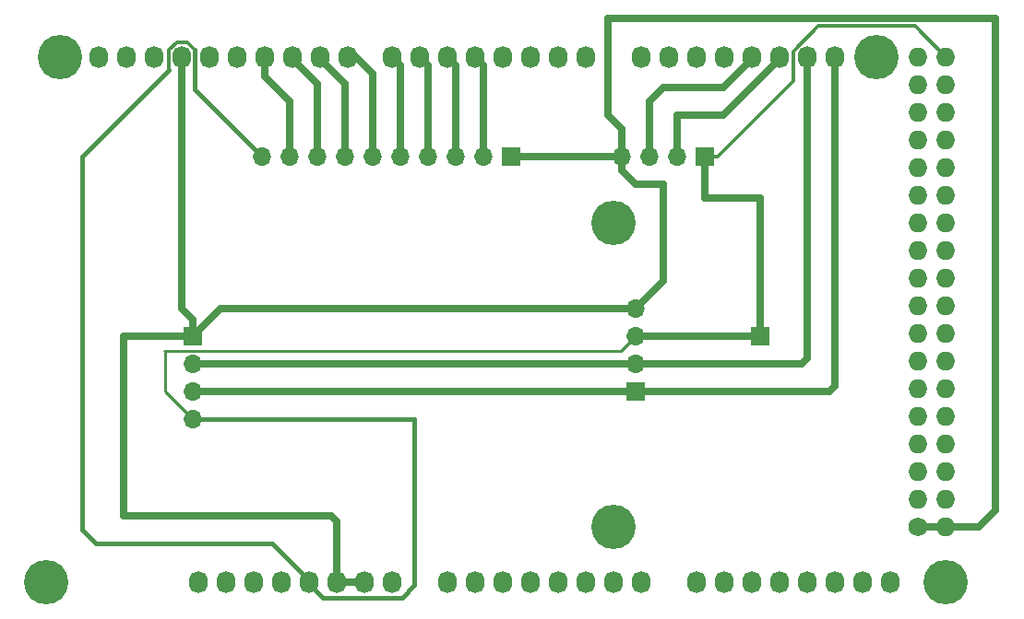
<source format=gbr>
G04 #@! TF.GenerationSoftware,KiCad,Pcbnew,5.0.2+dfsg1-1*
G04 #@! TF.CreationDate,2020-02-13T15:26:16-05:00*
G04 #@! TF.ProjectId,poolV1,706f6f6c-5631-42e6-9b69-6361645f7063,rev?*
G04 #@! TF.SameCoordinates,Original*
G04 #@! TF.FileFunction,Copper,L2,Bot*
G04 #@! TF.FilePolarity,Positive*
%FSLAX46Y46*%
G04 Gerber Fmt 4.6, Leading zero omitted, Abs format (unit mm)*
G04 Created by KiCad (PCBNEW 5.0.2+dfsg1-1) date Thu 13 Feb 2020 03:26:16 PM -05*
%MOMM*%
%LPD*%
G01*
G04 APERTURE LIST*
G04 #@! TA.AperFunction,ComponentPad*
%ADD10R,1.700000X1.700000*%
G04 #@! TD*
G04 #@! TA.AperFunction,ComponentPad*
%ADD11O,1.700000X1.700000*%
G04 #@! TD*
G04 #@! TA.AperFunction,ComponentPad*
%ADD12C,1.727200*%
G04 #@! TD*
G04 #@! TA.AperFunction,ComponentPad*
%ADD13O,1.727200X1.727200*%
G04 #@! TD*
G04 #@! TA.AperFunction,ComponentPad*
%ADD14O,1.727200X2.032000*%
G04 #@! TD*
G04 #@! TA.AperFunction,ComponentPad*
%ADD15C,4.064000*%
G04 #@! TD*
G04 #@! TA.AperFunction,Conductor*
%ADD16C,0.700000*%
G04 #@! TD*
G04 #@! TA.AperFunction,Conductor*
%ADD17C,0.400000*%
G04 #@! TD*
G04 #@! TA.AperFunction,Conductor*
%ADD18C,0.300000*%
G04 #@! TD*
G04 #@! TA.AperFunction,Conductor*
%ADD19C,0.250000*%
G04 #@! TD*
G04 APERTURE END LIST*
D10*
G04 #@! TO.P,J4,1*
G04 #@! TO.N,+5V*
X182880000Y-96520000D03*
G04 #@! TD*
G04 #@! TO.P,J2,1*
G04 #@! TO.N,GND*
X130810000Y-96520000D03*
D11*
G04 #@! TO.P,J2,2*
G04 #@! TO.N,/20(SDA)*
X130810000Y-99060000D03*
G04 #@! TO.P,J2,3*
G04 #@! TO.N,/21(SCL)*
X130810000Y-101600000D03*
G04 #@! TO.P,J2,4*
G04 #@! TO.N,+5V*
X130810000Y-104140000D03*
G04 #@! TD*
G04 #@! TO.P,J1,4*
G04 #@! TO.N,GND*
X170180000Y-80010000D03*
G04 #@! TO.P,J1,3*
G04 #@! TO.N,/18(Tx1)*
X172720000Y-80010000D03*
G04 #@! TO.P,J1,2*
G04 #@! TO.N,/19(Rx1)*
X175260000Y-80010000D03*
D10*
G04 #@! TO.P,J1,1*
G04 #@! TO.N,+5V*
X177800000Y-80010000D03*
G04 #@! TD*
G04 #@! TO.P,J5,1*
G04 #@! TO.N,GND*
X160020000Y-80010000D03*
D11*
G04 #@! TO.P,J5,2*
G04 #@! TO.N,/4(\002A\002A)*
X157480000Y-80010000D03*
G04 #@! TO.P,J5,3*
G04 #@! TO.N,/5(\002A\002A)*
X154940000Y-80010000D03*
G04 #@! TO.P,J5,4*
G04 #@! TO.N,/6(\002A\002A)*
X152400000Y-80010000D03*
G04 #@! TO.P,J5,5*
G04 #@! TO.N,/7(\002A\002A)*
X149860000Y-80010000D03*
G04 #@! TO.P,J5,6*
G04 #@! TO.N,/8(\002A\002A)*
X147320000Y-80010000D03*
G04 #@! TO.P,J5,7*
G04 #@! TO.N,/9(\002A\002A)*
X144780000Y-80010000D03*
G04 #@! TO.P,J5,8*
G04 #@! TO.N,/10(\002A\002A)*
X142240000Y-80010000D03*
G04 #@! TO.P,J5,9*
G04 #@! TO.N,/11(\002A\002A)*
X139700000Y-80010000D03*
G04 #@! TO.P,J5,10*
G04 #@! TO.N,+5V*
X137160000Y-80010000D03*
G04 #@! TD*
D10*
G04 #@! TO.P,J3,1*
G04 #@! TO.N,/21(SCL)*
X171450000Y-101600000D03*
D11*
G04 #@! TO.P,J3,2*
G04 #@! TO.N,/20(SDA)*
X171450000Y-99060000D03*
G04 #@! TO.P,J3,3*
G04 #@! TO.N,+5V*
X171450000Y-96520000D03*
G04 #@! TO.P,J3,4*
G04 #@! TO.N,GND*
X171450000Y-93980000D03*
G04 #@! TD*
D12*
G04 #@! TO.P,P1,1*
G04 #@! TO.N,GND*
X197358000Y-114046000D03*
D13*
G04 #@! TO.P,P1,2*
X199898000Y-114046000D03*
G04 #@! TO.P,P1,3*
G04 #@! TO.N,/52(SCK)*
X197358000Y-111506000D03*
G04 #@! TO.P,P1,4*
G04 #@! TO.N,/53(SS)*
X199898000Y-111506000D03*
G04 #@! TO.P,P1,5*
G04 #@! TO.N,/50(MISO)*
X197358000Y-108966000D03*
G04 #@! TO.P,P1,6*
G04 #@! TO.N,/51(MOSI)*
X199898000Y-108966000D03*
G04 #@! TO.P,P1,7*
G04 #@! TO.N,/48*
X197358000Y-106426000D03*
G04 #@! TO.P,P1,8*
G04 #@! TO.N,/49*
X199898000Y-106426000D03*
G04 #@! TO.P,P1,9*
G04 #@! TO.N,/46*
X197358000Y-103886000D03*
G04 #@! TO.P,P1,10*
G04 #@! TO.N,/47*
X199898000Y-103886000D03*
G04 #@! TO.P,P1,11*
G04 #@! TO.N,/44*
X197358000Y-101346000D03*
G04 #@! TO.P,P1,12*
G04 #@! TO.N,/45*
X199898000Y-101346000D03*
G04 #@! TO.P,P1,13*
G04 #@! TO.N,/42*
X197358000Y-98806000D03*
G04 #@! TO.P,P1,14*
G04 #@! TO.N,/43*
X199898000Y-98806000D03*
G04 #@! TO.P,P1,15*
G04 #@! TO.N,/40*
X197358000Y-96266000D03*
G04 #@! TO.P,P1,16*
G04 #@! TO.N,/41*
X199898000Y-96266000D03*
G04 #@! TO.P,P1,17*
G04 #@! TO.N,/38*
X197358000Y-93726000D03*
G04 #@! TO.P,P1,18*
G04 #@! TO.N,/39*
X199898000Y-93726000D03*
G04 #@! TO.P,P1,19*
G04 #@! TO.N,/36*
X197358000Y-91186000D03*
G04 #@! TO.P,P1,20*
G04 #@! TO.N,/37*
X199898000Y-91186000D03*
G04 #@! TO.P,P1,21*
G04 #@! TO.N,/34*
X197358000Y-88646000D03*
G04 #@! TO.P,P1,22*
G04 #@! TO.N,/35*
X199898000Y-88646000D03*
G04 #@! TO.P,P1,23*
G04 #@! TO.N,/32*
X197358000Y-86106000D03*
G04 #@! TO.P,P1,24*
G04 #@! TO.N,/33*
X199898000Y-86106000D03*
G04 #@! TO.P,P1,25*
G04 #@! TO.N,/30*
X197358000Y-83566000D03*
G04 #@! TO.P,P1,26*
G04 #@! TO.N,/31*
X199898000Y-83566000D03*
G04 #@! TO.P,P1,27*
G04 #@! TO.N,/28*
X197358000Y-81026000D03*
G04 #@! TO.P,P1,28*
G04 #@! TO.N,/29*
X199898000Y-81026000D03*
G04 #@! TO.P,P1,29*
G04 #@! TO.N,/26*
X197358000Y-78486000D03*
G04 #@! TO.P,P1,30*
G04 #@! TO.N,/27*
X199898000Y-78486000D03*
G04 #@! TO.P,P1,31*
G04 #@! TO.N,/24*
X197358000Y-75946000D03*
G04 #@! TO.P,P1,32*
G04 #@! TO.N,/25*
X199898000Y-75946000D03*
G04 #@! TO.P,P1,33*
G04 #@! TO.N,/22*
X197358000Y-73406000D03*
G04 #@! TO.P,P1,34*
G04 #@! TO.N,/23*
X199898000Y-73406000D03*
G04 #@! TO.P,P1,35*
G04 #@! TO.N,+5V*
X197358000Y-70866000D03*
G04 #@! TO.P,P1,36*
X199898000Y-70866000D03*
G04 #@! TD*
D14*
G04 #@! TO.P,P2,1*
G04 #@! TO.N,Net-(P2-Pad1)*
X131318000Y-119126000D03*
G04 #@! TO.P,P2,2*
G04 #@! TO.N,/IOREF*
X133858000Y-119126000D03*
G04 #@! TO.P,P2,3*
G04 #@! TO.N,/Reset*
X136398000Y-119126000D03*
G04 #@! TO.P,P2,4*
G04 #@! TO.N,+3V3*
X138938000Y-119126000D03*
G04 #@! TO.P,P2,5*
G04 #@! TO.N,+5V*
X141478000Y-119126000D03*
G04 #@! TO.P,P2,6*
G04 #@! TO.N,GND*
X144018000Y-119126000D03*
G04 #@! TO.P,P2,7*
X146558000Y-119126000D03*
G04 #@! TO.P,P2,8*
G04 #@! TO.N,/Vin*
X149098000Y-119126000D03*
G04 #@! TD*
G04 #@! TO.P,P3,1*
G04 #@! TO.N,/A0*
X154178000Y-119126000D03*
G04 #@! TO.P,P3,2*
G04 #@! TO.N,/A1*
X156718000Y-119126000D03*
G04 #@! TO.P,P3,3*
G04 #@! TO.N,/A2*
X159258000Y-119126000D03*
G04 #@! TO.P,P3,4*
G04 #@! TO.N,/A3*
X161798000Y-119126000D03*
G04 #@! TO.P,P3,5*
G04 #@! TO.N,/A4*
X164338000Y-119126000D03*
G04 #@! TO.P,P3,6*
G04 #@! TO.N,/A5*
X166878000Y-119126000D03*
G04 #@! TO.P,P3,7*
G04 #@! TO.N,/A6*
X169418000Y-119126000D03*
G04 #@! TO.P,P3,8*
G04 #@! TO.N,/A7*
X171958000Y-119126000D03*
G04 #@! TD*
G04 #@! TO.P,P4,1*
G04 #@! TO.N,/A8*
X177038000Y-119126000D03*
G04 #@! TO.P,P4,2*
G04 #@! TO.N,/A9*
X179578000Y-119126000D03*
G04 #@! TO.P,P4,3*
G04 #@! TO.N,/A10*
X182118000Y-119126000D03*
G04 #@! TO.P,P4,4*
G04 #@! TO.N,/A11*
X184658000Y-119126000D03*
G04 #@! TO.P,P4,5*
G04 #@! TO.N,/A12*
X187198000Y-119126000D03*
G04 #@! TO.P,P4,6*
G04 #@! TO.N,/A13*
X189738000Y-119126000D03*
G04 #@! TO.P,P4,7*
G04 #@! TO.N,/A14*
X192278000Y-119126000D03*
G04 #@! TO.P,P4,8*
G04 #@! TO.N,/A15*
X194818000Y-119126000D03*
G04 #@! TD*
G04 #@! TO.P,P5,1*
G04 #@! TO.N,/SCL*
X122174000Y-70866000D03*
G04 #@! TO.P,P5,2*
G04 #@! TO.N,/SDA*
X124714000Y-70866000D03*
G04 #@! TO.P,P5,3*
G04 #@! TO.N,/AREF*
X127254000Y-70866000D03*
G04 #@! TO.P,P5,4*
G04 #@! TO.N,GND*
X129794000Y-70866000D03*
G04 #@! TO.P,P5,5*
G04 #@! TO.N,/13(\002A\002A)*
X132334000Y-70866000D03*
G04 #@! TO.P,P5,6*
G04 #@! TO.N,/12(\002A\002A)*
X134874000Y-70866000D03*
G04 #@! TO.P,P5,7*
G04 #@! TO.N,/11(\002A\002A)*
X137414000Y-70866000D03*
G04 #@! TO.P,P5,8*
G04 #@! TO.N,/10(\002A\002A)*
X139954000Y-70866000D03*
G04 #@! TO.P,P5,9*
G04 #@! TO.N,/9(\002A\002A)*
X142494000Y-70866000D03*
G04 #@! TO.P,P5,10*
G04 #@! TO.N,/8(\002A\002A)*
X145034000Y-70866000D03*
G04 #@! TD*
G04 #@! TO.P,P6,1*
G04 #@! TO.N,/7(\002A\002A)*
X149098000Y-70866000D03*
G04 #@! TO.P,P6,2*
G04 #@! TO.N,/6(\002A\002A)*
X151638000Y-70866000D03*
G04 #@! TO.P,P6,3*
G04 #@! TO.N,/5(\002A\002A)*
X154178000Y-70866000D03*
G04 #@! TO.P,P6,4*
G04 #@! TO.N,/4(\002A\002A)*
X156718000Y-70866000D03*
G04 #@! TO.P,P6,5*
G04 #@! TO.N,/3(\002A\002A)*
X159258000Y-70866000D03*
G04 #@! TO.P,P6,6*
G04 #@! TO.N,/2(\002A\002A)*
X161798000Y-70866000D03*
G04 #@! TO.P,P6,7*
G04 #@! TO.N,/1(Tx0)*
X164338000Y-70866000D03*
G04 #@! TO.P,P6,8*
G04 #@! TO.N,/0(Rx0)*
X166878000Y-70866000D03*
G04 #@! TD*
G04 #@! TO.P,P7,1*
G04 #@! TO.N,/14(Tx3)*
X171958000Y-70866000D03*
G04 #@! TO.P,P7,2*
G04 #@! TO.N,/15(Rx3)*
X174498000Y-70866000D03*
G04 #@! TO.P,P7,3*
G04 #@! TO.N,/16(Tx2)*
X177038000Y-70866000D03*
G04 #@! TO.P,P7,4*
G04 #@! TO.N,/17(Rx2)*
X179578000Y-70866000D03*
G04 #@! TO.P,P7,5*
G04 #@! TO.N,/18(Tx1)*
X182118000Y-70866000D03*
G04 #@! TO.P,P7,6*
G04 #@! TO.N,/19(Rx1)*
X184658000Y-70866000D03*
G04 #@! TO.P,P7,7*
G04 #@! TO.N,/20(SDA)*
X187198000Y-70866000D03*
G04 #@! TO.P,P7,8*
G04 #@! TO.N,/21(SCL)*
X189738000Y-70866000D03*
G04 #@! TD*
D15*
G04 #@! TO.P,P8,1*
G04 #@! TO.N,Net-(P8-Pad1)*
X117348000Y-119126000D03*
G04 #@! TD*
G04 #@! TO.P,P9,1*
G04 #@! TO.N,Net-(P9-Pad1)*
X169418000Y-114046000D03*
G04 #@! TD*
G04 #@! TO.P,P10,1*
G04 #@! TO.N,Net-(P10-Pad1)*
X199898000Y-119126000D03*
G04 #@! TD*
G04 #@! TO.P,P11,1*
G04 #@! TO.N,Net-(P11-Pad1)*
X118618000Y-70866000D03*
G04 #@! TD*
G04 #@! TO.P,P12,1*
G04 #@! TO.N,Net-(P12-Pad1)*
X169418000Y-86106000D03*
G04 #@! TD*
G04 #@! TO.P,P13,1*
G04 #@! TO.N,Net-(P13-Pad1)*
X193548000Y-70866000D03*
G04 #@! TD*
D16*
G04 #@! TO.N,GND*
X170180000Y-80010000D02*
X160020000Y-80010000D01*
X173990000Y-91440000D02*
X171450000Y-93980000D01*
X173990000Y-82550000D02*
X173990000Y-91440000D01*
X171450000Y-82550000D02*
X173990000Y-82550000D01*
X170180000Y-80010000D02*
X170180000Y-81280000D01*
X170180000Y-81280000D02*
X171450000Y-82550000D01*
X199898000Y-114046000D02*
X202946000Y-114046000D01*
X202946000Y-114046000D02*
X204470000Y-112522000D01*
X204470000Y-112522000D02*
X204470000Y-67310000D01*
X204470000Y-67310000D02*
X168910000Y-67310000D01*
X168910000Y-67310000D02*
X168910000Y-76200000D01*
X168910000Y-76200000D02*
X170180000Y-77470000D01*
X170180000Y-77470000D02*
X170180000Y-80010000D01*
X124460000Y-96520000D02*
X130810000Y-96520000D01*
X124460000Y-113030000D02*
X124460000Y-96520000D01*
X143510000Y-113030000D02*
X124460000Y-113030000D01*
X144018000Y-119126000D02*
X144018000Y-113538000D01*
X144018000Y-113538000D02*
X143510000Y-113030000D01*
X144018000Y-119126000D02*
X146558000Y-119126000D01*
X197358000Y-114046000D02*
X199898000Y-114046000D01*
X171450000Y-93980000D02*
X133350000Y-93980000D01*
X133350000Y-93980000D02*
X130810000Y-96520000D01*
X129794000Y-93954000D02*
X129794000Y-70866000D01*
X130810000Y-96520000D02*
X130810000Y-94970000D01*
X130810000Y-94970000D02*
X129794000Y-93954000D01*
D17*
G04 #@! TO.N,+5V*
X138074400Y-115570000D02*
X141478000Y-118973600D01*
X120650000Y-114300000D02*
X121920000Y-115570000D01*
X120650000Y-80010000D02*
X120650000Y-114300000D01*
X128605390Y-72054610D02*
X120650000Y-80010000D01*
X130982610Y-73832610D02*
X130982610Y-70221262D01*
D18*
X130982610Y-70221262D02*
X130286338Y-69524990D01*
D17*
X121920000Y-115570000D02*
X138074400Y-115570000D01*
D18*
X130286338Y-69524990D02*
X129301662Y-69524990D01*
D19*
X141478000Y-118973600D02*
X141478000Y-119126000D01*
D18*
X128605390Y-70221262D02*
X128605390Y-72054610D01*
D17*
X137160000Y-80010000D02*
X130982610Y-73832610D01*
D18*
X129301662Y-69524990D02*
X128605390Y-70221262D01*
X178950000Y-80010000D02*
X177800000Y-80010000D01*
X185871610Y-73088390D02*
X178950000Y-80010000D01*
X185871610Y-70323687D02*
X185871610Y-73088390D01*
X188185287Y-68010010D02*
X185871610Y-70323687D01*
X197042010Y-68010010D02*
X188185287Y-68010010D01*
X199898000Y-70866000D02*
X197042010Y-68010010D01*
D16*
X182880000Y-83820000D02*
X182880000Y-96520000D01*
X177800000Y-80010000D02*
X177800000Y-83820000D01*
X177800000Y-83820000D02*
X182880000Y-83820000D01*
X182880000Y-96520000D02*
X171450000Y-96520000D01*
D17*
X130810000Y-104140000D02*
X151130000Y-104140000D01*
X151130000Y-104140000D02*
X151130000Y-119380000D01*
X141478000Y-119278400D02*
X141478000Y-119126000D01*
X149967990Y-120542010D02*
X142741610Y-120542010D01*
X142741610Y-120542010D02*
X141478000Y-119278400D01*
X151130000Y-119380000D02*
X149967990Y-120542010D01*
D19*
X170085001Y-97884999D02*
X128175001Y-97884999D01*
X171450000Y-96520000D02*
X170085001Y-97884999D01*
X128175001Y-97884999D02*
X128270000Y-97979998D01*
X128270000Y-101600000D02*
X130810000Y-104140000D01*
X128270000Y-97979998D02*
X128270000Y-101600000D01*
D16*
G04 #@! TO.N,/11(\002A\002A)*
X139700000Y-80010000D02*
X139700000Y-74930000D01*
X137414000Y-72644000D02*
X137414000Y-70866000D01*
X139700000Y-74930000D02*
X137414000Y-72644000D01*
G04 #@! TO.N,/10(\002A\002A)*
X139954000Y-71018400D02*
X139954000Y-70866000D01*
X142240000Y-73304400D02*
X139954000Y-71018400D01*
X142240000Y-80010000D02*
X142240000Y-73304400D01*
G04 #@! TO.N,/9(\002A\002A)*
X142494000Y-71018400D02*
X142494000Y-70866000D01*
X144780000Y-73304400D02*
X142494000Y-71018400D01*
X144780000Y-80010000D02*
X144780000Y-73304400D01*
G04 #@! TO.N,/8(\002A\002A)*
X145796000Y-70866000D02*
X145034000Y-70866000D01*
X147320000Y-80010000D02*
X147320000Y-72390000D01*
X147320000Y-72390000D02*
X145796000Y-70866000D01*
G04 #@! TO.N,/7(\002A\002A)*
X149860000Y-71628000D02*
X149098000Y-70866000D01*
X149860000Y-80010000D02*
X149860000Y-71628000D01*
G04 #@! TO.N,/6(\002A\002A)*
X152400000Y-71628000D02*
X151638000Y-70866000D01*
X152400000Y-80010000D02*
X152400000Y-71628000D01*
G04 #@! TO.N,/5(\002A\002A)*
X154940000Y-71628000D02*
X154178000Y-70866000D01*
X154940000Y-80010000D02*
X154940000Y-71628000D01*
G04 #@! TO.N,/4(\002A\002A)*
X157480000Y-71628000D02*
X156718000Y-70866000D01*
X157480000Y-80010000D02*
X157480000Y-71628000D01*
G04 #@! TO.N,/20(SDA)*
X171450000Y-99060000D02*
X186690000Y-99060000D01*
X187198000Y-98552000D02*
X186690000Y-99060000D01*
X187198000Y-70866000D02*
X187198000Y-98552000D01*
X140970000Y-99060000D02*
X130810000Y-99060000D01*
X171450000Y-99060000D02*
X140970000Y-99060000D01*
G04 #@! TO.N,/21(SCL)*
X189738000Y-70866000D02*
X189738000Y-101092000D01*
X189230000Y-101600000D02*
X171450000Y-101600000D01*
X189738000Y-101092000D02*
X189230000Y-101600000D01*
X171450000Y-101600000D02*
X130810000Y-101600000D01*
G04 #@! TO.N,/18(Tx1)*
X172720000Y-74930000D02*
X172720000Y-80010000D01*
X173990000Y-73660000D02*
X172720000Y-74930000D01*
X179476400Y-73660000D02*
X173990000Y-73660000D01*
X182118000Y-70866000D02*
X182118000Y-71018400D01*
X182118000Y-71018400D02*
X179476400Y-73660000D01*
G04 #@! TO.N,/19(Rx1)*
X179476400Y-76200000D02*
X175260000Y-76200000D01*
X184658000Y-71018400D02*
X179476400Y-76200000D01*
X184658000Y-70866000D02*
X184658000Y-71018400D01*
X175260000Y-80010000D02*
X175260000Y-76200000D01*
G04 #@! TD*
M02*

</source>
